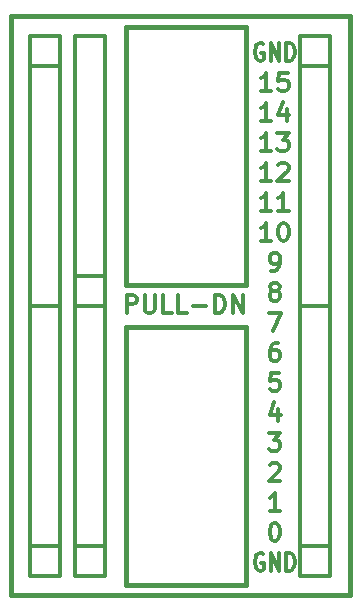
<source format=gto>
G04 (created by PCBNEW (2013-01-23 BZR 3920)-testing) date Thu 24 Jan 2013 01:11:53 AM CET*
%MOIN*%
G04 Gerber Fmt 3.4, Leading zero omitted, Abs format*
%FSLAX34Y34*%
G01*
G70*
G90*
G04 APERTURE LIST*
%ADD10C,2.3622e-06*%
%ADD11C,0.015*%
%ADD12C,0.012*%
%ADD13O,0.08X0.05*%
%ADD14R,0.06X0.06*%
%ADD15C,0.06*%
G04 APERTURE END LIST*
G54D10*
G54D11*
X64950Y-33050D02*
X64950Y-13750D01*
X76250Y-33050D02*
X76250Y-13750D01*
X64950Y-33050D02*
X76250Y-33050D01*
X64950Y-13750D02*
X76250Y-13750D01*
G54D12*
X73369Y-14671D02*
X73321Y-14642D01*
X73250Y-14642D01*
X73178Y-14671D01*
X73130Y-14728D01*
X73107Y-14785D01*
X73083Y-14900D01*
X73083Y-14985D01*
X73107Y-15100D01*
X73130Y-15157D01*
X73178Y-15214D01*
X73250Y-15242D01*
X73297Y-15242D01*
X73369Y-15214D01*
X73392Y-15185D01*
X73392Y-14985D01*
X73297Y-14985D01*
X73607Y-15242D02*
X73607Y-14642D01*
X73892Y-15242D01*
X73892Y-14642D01*
X74130Y-15242D02*
X74130Y-14642D01*
X74250Y-14642D01*
X74321Y-14671D01*
X74369Y-14728D01*
X74392Y-14785D01*
X74416Y-14900D01*
X74416Y-14985D01*
X74392Y-15100D01*
X74369Y-15157D01*
X74321Y-15214D01*
X74250Y-15242D01*
X74130Y-15242D01*
X73550Y-23642D02*
X73950Y-23642D01*
X73692Y-24242D01*
X73864Y-24642D02*
X73750Y-24642D01*
X73692Y-24671D01*
X73664Y-24700D01*
X73607Y-24785D01*
X73578Y-24900D01*
X73578Y-25128D01*
X73607Y-25185D01*
X73635Y-25214D01*
X73692Y-25242D01*
X73807Y-25242D01*
X73864Y-25214D01*
X73892Y-25185D01*
X73921Y-25128D01*
X73921Y-24985D01*
X73892Y-24928D01*
X73864Y-24900D01*
X73807Y-24871D01*
X73692Y-24871D01*
X73635Y-24900D01*
X73607Y-24928D01*
X73578Y-24985D01*
X73892Y-25642D02*
X73607Y-25642D01*
X73578Y-25928D01*
X73607Y-25900D01*
X73664Y-25871D01*
X73807Y-25871D01*
X73864Y-25900D01*
X73892Y-25928D01*
X73921Y-25985D01*
X73921Y-26128D01*
X73892Y-26185D01*
X73864Y-26214D01*
X73807Y-26242D01*
X73664Y-26242D01*
X73607Y-26214D01*
X73578Y-26185D01*
X73864Y-26842D02*
X73864Y-27242D01*
X73721Y-26614D02*
X73578Y-27042D01*
X73950Y-27042D01*
X73550Y-27642D02*
X73921Y-27642D01*
X73721Y-27871D01*
X73807Y-27871D01*
X73864Y-27900D01*
X73892Y-27928D01*
X73921Y-27985D01*
X73921Y-28128D01*
X73892Y-28185D01*
X73864Y-28214D01*
X73807Y-28242D01*
X73635Y-28242D01*
X73578Y-28214D01*
X73550Y-28185D01*
X73578Y-28700D02*
X73607Y-28671D01*
X73664Y-28642D01*
X73807Y-28642D01*
X73864Y-28671D01*
X73892Y-28700D01*
X73921Y-28757D01*
X73921Y-28814D01*
X73892Y-28900D01*
X73550Y-29242D01*
X73921Y-29242D01*
X73721Y-30642D02*
X73778Y-30642D01*
X73835Y-30671D01*
X73864Y-30700D01*
X73892Y-30757D01*
X73921Y-30871D01*
X73921Y-31014D01*
X73892Y-31128D01*
X73864Y-31185D01*
X73835Y-31214D01*
X73778Y-31242D01*
X73721Y-31242D01*
X73664Y-31214D01*
X73635Y-31185D01*
X73607Y-31128D01*
X73578Y-31014D01*
X73578Y-30871D01*
X73607Y-30757D01*
X73635Y-30700D01*
X73664Y-30671D01*
X73721Y-30642D01*
X73921Y-30242D02*
X73578Y-30242D01*
X73750Y-30242D02*
X73750Y-29642D01*
X73692Y-29728D01*
X73635Y-29785D01*
X73578Y-29814D01*
X73369Y-31671D02*
X73321Y-31642D01*
X73250Y-31642D01*
X73178Y-31671D01*
X73130Y-31728D01*
X73107Y-31785D01*
X73083Y-31900D01*
X73083Y-31985D01*
X73107Y-32100D01*
X73130Y-32157D01*
X73178Y-32214D01*
X73250Y-32242D01*
X73297Y-32242D01*
X73369Y-32214D01*
X73392Y-32185D01*
X73392Y-31985D01*
X73297Y-31985D01*
X73607Y-32242D02*
X73607Y-31642D01*
X73892Y-32242D01*
X73892Y-31642D01*
X74130Y-32242D02*
X74130Y-31642D01*
X74250Y-31642D01*
X74321Y-31671D01*
X74369Y-31728D01*
X74392Y-31785D01*
X74416Y-31900D01*
X74416Y-31985D01*
X74392Y-32100D01*
X74369Y-32157D01*
X74321Y-32214D01*
X74250Y-32242D01*
X74130Y-32242D01*
X73692Y-22900D02*
X73635Y-22871D01*
X73607Y-22842D01*
X73578Y-22785D01*
X73578Y-22757D01*
X73607Y-22700D01*
X73635Y-22671D01*
X73692Y-22642D01*
X73807Y-22642D01*
X73864Y-22671D01*
X73892Y-22700D01*
X73921Y-22757D01*
X73921Y-22785D01*
X73892Y-22842D01*
X73864Y-22871D01*
X73807Y-22900D01*
X73692Y-22900D01*
X73635Y-22928D01*
X73607Y-22957D01*
X73578Y-23014D01*
X73578Y-23128D01*
X73607Y-23185D01*
X73635Y-23214D01*
X73692Y-23242D01*
X73807Y-23242D01*
X73864Y-23214D01*
X73892Y-23185D01*
X73921Y-23128D01*
X73921Y-23014D01*
X73892Y-22957D01*
X73864Y-22928D01*
X73807Y-22900D01*
X73635Y-22242D02*
X73750Y-22242D01*
X73807Y-22214D01*
X73835Y-22185D01*
X73892Y-22100D01*
X73921Y-21985D01*
X73921Y-21757D01*
X73892Y-21700D01*
X73864Y-21671D01*
X73807Y-21642D01*
X73692Y-21642D01*
X73635Y-21671D01*
X73607Y-21700D01*
X73578Y-21757D01*
X73578Y-21900D01*
X73607Y-21957D01*
X73635Y-21985D01*
X73692Y-22014D01*
X73807Y-22014D01*
X73864Y-21985D01*
X73892Y-21957D01*
X73921Y-21900D01*
X73635Y-21242D02*
X73292Y-21242D01*
X73464Y-21242D02*
X73464Y-20642D01*
X73407Y-20728D01*
X73350Y-20785D01*
X73292Y-20814D01*
X74007Y-20642D02*
X74064Y-20642D01*
X74121Y-20671D01*
X74150Y-20700D01*
X74178Y-20757D01*
X74207Y-20871D01*
X74207Y-21014D01*
X74178Y-21128D01*
X74150Y-21185D01*
X74121Y-21214D01*
X74064Y-21242D01*
X74007Y-21242D01*
X73950Y-21214D01*
X73921Y-21185D01*
X73892Y-21128D01*
X73864Y-21014D01*
X73864Y-20871D01*
X73892Y-20757D01*
X73921Y-20700D01*
X73950Y-20671D01*
X74007Y-20642D01*
X73635Y-20242D02*
X73292Y-20242D01*
X73464Y-20242D02*
X73464Y-19642D01*
X73407Y-19728D01*
X73350Y-19785D01*
X73292Y-19814D01*
X74207Y-20242D02*
X73864Y-20242D01*
X74035Y-20242D02*
X74035Y-19642D01*
X73978Y-19728D01*
X73921Y-19785D01*
X73864Y-19814D01*
X73635Y-19242D02*
X73292Y-19242D01*
X73464Y-19242D02*
X73464Y-18642D01*
X73407Y-18728D01*
X73350Y-18785D01*
X73292Y-18814D01*
X73864Y-18700D02*
X73892Y-18671D01*
X73950Y-18642D01*
X74092Y-18642D01*
X74150Y-18671D01*
X74178Y-18700D01*
X74207Y-18757D01*
X74207Y-18814D01*
X74178Y-18900D01*
X73835Y-19242D01*
X74207Y-19242D01*
X73635Y-18242D02*
X73292Y-18242D01*
X73464Y-18242D02*
X73464Y-17642D01*
X73407Y-17728D01*
X73350Y-17785D01*
X73292Y-17814D01*
X73835Y-17642D02*
X74207Y-17642D01*
X74007Y-17871D01*
X74092Y-17871D01*
X74150Y-17900D01*
X74178Y-17928D01*
X74207Y-17985D01*
X74207Y-18128D01*
X74178Y-18185D01*
X74150Y-18214D01*
X74092Y-18242D01*
X73921Y-18242D01*
X73864Y-18214D01*
X73835Y-18185D01*
X73635Y-17242D02*
X73292Y-17242D01*
X73464Y-17242D02*
X73464Y-16642D01*
X73407Y-16728D01*
X73350Y-16785D01*
X73292Y-16814D01*
X74150Y-16842D02*
X74150Y-17242D01*
X74007Y-16614D02*
X73864Y-17042D01*
X74235Y-17042D01*
X73635Y-16242D02*
X73292Y-16242D01*
X73464Y-16242D02*
X73464Y-15642D01*
X73407Y-15728D01*
X73350Y-15785D01*
X73292Y-15814D01*
X74178Y-15642D02*
X73892Y-15642D01*
X73864Y-15928D01*
X73892Y-15900D01*
X73950Y-15871D01*
X74092Y-15871D01*
X74150Y-15900D01*
X74178Y-15928D01*
X74207Y-15985D01*
X74207Y-16128D01*
X74178Y-16185D01*
X74150Y-16214D01*
X74092Y-16242D01*
X73950Y-16242D01*
X73892Y-16214D01*
X73864Y-16185D01*
X68807Y-23642D02*
X68807Y-23042D01*
X69035Y-23042D01*
X69092Y-23071D01*
X69121Y-23100D01*
X69150Y-23157D01*
X69150Y-23242D01*
X69121Y-23300D01*
X69092Y-23328D01*
X69035Y-23357D01*
X68807Y-23357D01*
X69407Y-23042D02*
X69407Y-23528D01*
X69435Y-23585D01*
X69464Y-23614D01*
X69521Y-23642D01*
X69635Y-23642D01*
X69692Y-23614D01*
X69721Y-23585D01*
X69750Y-23528D01*
X69750Y-23042D01*
X70321Y-23642D02*
X70035Y-23642D01*
X70035Y-23042D01*
X70807Y-23642D02*
X70521Y-23642D01*
X70521Y-23042D01*
X71007Y-23414D02*
X71464Y-23414D01*
X71750Y-23642D02*
X71750Y-23042D01*
X71892Y-23042D01*
X71978Y-23071D01*
X72035Y-23128D01*
X72064Y-23185D01*
X72092Y-23300D01*
X72092Y-23385D01*
X72064Y-23500D01*
X72035Y-23557D01*
X71978Y-23614D01*
X71892Y-23642D01*
X71750Y-23642D01*
X72350Y-23642D02*
X72350Y-23042D01*
X72692Y-23642D01*
X72692Y-23042D01*
G54D11*
X72800Y-24100D02*
X72800Y-32700D01*
X68800Y-32700D02*
X68800Y-24100D01*
X68800Y-32700D02*
X72800Y-32700D01*
X68800Y-24100D02*
X72800Y-24100D01*
X72800Y-14100D02*
X72800Y-22700D01*
X68800Y-22700D02*
X68800Y-14100D01*
X68800Y-22700D02*
X72800Y-22700D01*
X68800Y-14100D02*
X72800Y-14100D01*
G54D12*
X67100Y-23400D02*
X68100Y-23400D01*
X68100Y-23400D02*
X68100Y-32400D01*
X68100Y-32400D02*
X67100Y-32400D01*
X67100Y-23400D02*
X67100Y-32400D01*
X67100Y-31400D02*
X68100Y-31400D01*
X66600Y-23400D02*
X65600Y-23400D01*
X65600Y-23400D02*
X65600Y-14400D01*
X65600Y-14400D02*
X66600Y-14400D01*
X66600Y-23400D02*
X66600Y-14400D01*
X66600Y-15400D02*
X65600Y-15400D01*
X65600Y-23400D02*
X66600Y-23400D01*
X66600Y-23400D02*
X66600Y-32400D01*
X66600Y-32400D02*
X65600Y-32400D01*
X65600Y-23400D02*
X65600Y-32400D01*
X65600Y-31400D02*
X66600Y-31400D01*
X74600Y-23400D02*
X75600Y-23400D01*
X75600Y-23400D02*
X75600Y-32400D01*
X75600Y-32400D02*
X74600Y-32400D01*
X74600Y-23400D02*
X74600Y-32400D01*
X74600Y-31400D02*
X75600Y-31400D01*
X75600Y-23400D02*
X74600Y-23400D01*
X74600Y-23400D02*
X74600Y-14400D01*
X74600Y-14400D02*
X75600Y-14400D01*
X75600Y-23400D02*
X75600Y-14400D01*
X75600Y-15400D02*
X74600Y-15400D01*
X67100Y-14400D02*
X68100Y-14400D01*
X68100Y-14400D02*
X68100Y-23400D01*
X68100Y-23400D02*
X67100Y-23400D01*
X67100Y-14400D02*
X67100Y-23400D01*
X67100Y-22400D02*
X68100Y-22400D01*
%LPC*%
G54D13*
X72300Y-31900D03*
X72300Y-30900D03*
X72300Y-29900D03*
X72300Y-28900D03*
X72300Y-27900D03*
X72300Y-26900D03*
X72300Y-25900D03*
X72300Y-24900D03*
X69300Y-24900D03*
X69300Y-25900D03*
X69300Y-26900D03*
X69300Y-27900D03*
X69300Y-28900D03*
X69300Y-29900D03*
X69300Y-30900D03*
X69300Y-31900D03*
X72300Y-21900D03*
X72300Y-20900D03*
X72300Y-19900D03*
X72300Y-18900D03*
X72300Y-17900D03*
X72300Y-16900D03*
X72300Y-15900D03*
X72300Y-14900D03*
X69300Y-14900D03*
X69300Y-15900D03*
X69300Y-16900D03*
X69300Y-17900D03*
X69300Y-18900D03*
X69300Y-19900D03*
X69300Y-20900D03*
X69300Y-21900D03*
G54D14*
X67600Y-31900D03*
G54D15*
X67600Y-30900D03*
X67600Y-29900D03*
X67600Y-28900D03*
X67600Y-27900D03*
X67600Y-26900D03*
X67600Y-25900D03*
X67600Y-24900D03*
X67600Y-23900D03*
G54D14*
X66100Y-14900D03*
G54D15*
X66100Y-15900D03*
X66100Y-16900D03*
X66100Y-17900D03*
X66100Y-18900D03*
X66100Y-19900D03*
X66100Y-20900D03*
X66100Y-21900D03*
X66100Y-22900D03*
G54D14*
X66100Y-31900D03*
G54D15*
X66100Y-30900D03*
X66100Y-29900D03*
X66100Y-28900D03*
X66100Y-27900D03*
X66100Y-26900D03*
X66100Y-25900D03*
X66100Y-24900D03*
X66100Y-23900D03*
G54D14*
X75100Y-31900D03*
G54D15*
X75100Y-30900D03*
X75100Y-29900D03*
X75100Y-28900D03*
X75100Y-27900D03*
X75100Y-26900D03*
X75100Y-25900D03*
X75100Y-24900D03*
X75100Y-23900D03*
G54D14*
X75100Y-14900D03*
G54D15*
X75100Y-15900D03*
X75100Y-16900D03*
X75100Y-17900D03*
X75100Y-18900D03*
X75100Y-19900D03*
X75100Y-20900D03*
X75100Y-21900D03*
X75100Y-22900D03*
G54D14*
X67600Y-22900D03*
G54D15*
X67600Y-21900D03*
X67600Y-20900D03*
X67600Y-19900D03*
X67600Y-18900D03*
X67600Y-17900D03*
X67600Y-16900D03*
X67600Y-15900D03*
X67600Y-14900D03*
M02*

</source>
